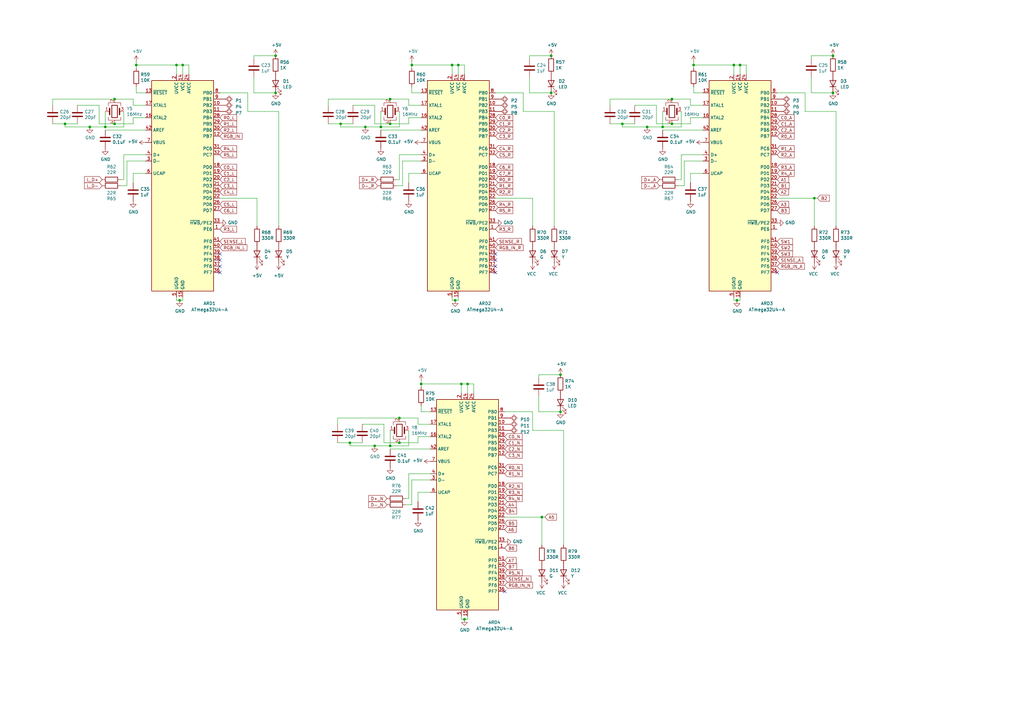
<source format=kicad_sch>
(kicad_sch (version 20210406) (generator eeschema)
  (paper "A3")
  (junction (at 26.67 50.8) (diameter 0.9144))
  (junction (at 36.83 52.07) (diameter 0.9144))
  (junction (at 43.18 52.07) (diameter 0.9144))
  (junction (at 46.99 40.64) (diameter 0.9144))
  (junction (at 46.99 50.8) (diameter 0.9144))
  (junction (at 55.88 26.67) (diameter 0.9144))
  (junction (at 72.39 26.67) (diameter 0.9144))
  (junction (at 73.66 123.19) (diameter 0.9144))
  (junction (at 74.93 26.67) (diameter 0.9144))
  (junction (at 113.03 22.86) (diameter 0.9144))
  (junction (at 113.03 38.1) (diameter 0.9144))
  (junction (at 139.7 50.8) (diameter 0.9144))
  (junction (at 143.51 181.61) (diameter 0.9144))
  (junction (at 149.86 52.07) (diameter 0.9144))
  (junction (at 153.67 182.88) (diameter 0.9144))
  (junction (at 156.21 52.07) (diameter 0.9144))
  (junction (at 160.02 40.64) (diameter 0.9144))
  (junction (at 160.02 50.8) (diameter 0.9144))
  (junction (at 160.02 182.88) (diameter 0.9144))
  (junction (at 163.83 171.45) (diameter 0.9144))
  (junction (at 163.83 181.61) (diameter 0.9144))
  (junction (at 168.91 26.67) (diameter 0.9144))
  (junction (at 172.72 157.48) (diameter 0.9144))
  (junction (at 185.42 26.67) (diameter 0.9144))
  (junction (at 186.69 123.19) (diameter 0.9144))
  (junction (at 187.96 26.67) (diameter 0.9144))
  (junction (at 189.23 157.48) (diameter 0.9144))
  (junction (at 190.5 254) (diameter 0.9144))
  (junction (at 191.77 157.48) (diameter 0.9144))
  (junction (at 222.25 212.09) (diameter 0.9144))
  (junction (at 226.06 22.86) (diameter 0.9144))
  (junction (at 226.06 38.1) (diameter 0.9144))
  (junction (at 229.87 153.67) (diameter 0.9144))
  (junction (at 229.87 168.91) (diameter 0.9144))
  (junction (at 255.27 50.8) (diameter 0.9144))
  (junction (at 265.43 52.07) (diameter 0.9144))
  (junction (at 271.78 52.07) (diameter 0.9144))
  (junction (at 275.59 40.64) (diameter 0.9144))
  (junction (at 275.59 50.8) (diameter 0.9144))
  (junction (at 284.48 26.67) (diameter 0.9144))
  (junction (at 300.99 26.67) (diameter 0.9144))
  (junction (at 302.26 123.19) (diameter 0.9144))
  (junction (at 303.53 26.67) (diameter 0.9144))
  (junction (at 334.01 81.28) (diameter 0.9144))
  (junction (at 341.63 22.86) (diameter 0.9144))
  (junction (at 341.63 38.1) (diameter 0.9144))
  (no_connect (at 90.17 104.14))
  (no_connect (at 90.17 106.68))
  (no_connect (at 90.17 109.22))
  (no_connect (at 90.17 111.76))
  (no_connect (at 203.2 104.14))
  (no_connect (at 203.2 106.68))
  (no_connect (at 203.2 109.22))
  (no_connect (at 203.2 111.76))
  (no_connect (at 207.01 242.57))
  (no_connect (at 318.77 111.76))
  (wire (pts (xy 21.59 40.64) (xy 21.59 43.18)))
  (wire (pts (xy 21.59 50.8) (xy 26.67 50.8)))
  (wire (pts (xy 26.67 50.8) (xy 26.67 52.07)))
  (wire (pts (xy 26.67 50.8) (xy 31.75 50.8)))
  (wire (pts (xy 26.67 52.07) (xy 36.83 52.07)))
  (wire (pts (xy 31.75 43.18) (xy 40.64 43.18)))
  (wire (pts (xy 36.83 52.07) (xy 43.18 52.07)))
  (wire (pts (xy 40.64 43.18) (xy 40.64 50.8)))
  (wire (pts (xy 40.64 50.8) (xy 46.99 50.8)))
  (wire (pts (xy 43.18 52.07) (xy 43.18 45.72)))
  (wire (pts (xy 43.18 53.34) (xy 59.69 53.34)))
  (wire (pts (xy 46.99 40.64) (xy 21.59 40.64)))
  (wire (pts (xy 46.99 50.8) (xy 54.61 50.8)))
  (wire (pts (xy 50.8 45.72) (xy 50.8 52.07)))
  (wire (pts (xy 50.8 52.07) (xy 43.18 52.07)))
  (wire (pts (xy 50.8 63.5) (xy 50.8 73.66)))
  (wire (pts (xy 50.8 63.5) (xy 59.69 63.5)))
  (wire (pts (xy 50.8 73.66) (xy 49.53 73.66)))
  (wire (pts (xy 52.07 66.04) (xy 52.07 76.2)))
  (wire (pts (xy 52.07 66.04) (xy 59.69 66.04)))
  (wire (pts (xy 52.07 76.2) (xy 49.53 76.2)))
  (wire (pts (xy 54.61 40.64) (xy 46.99 40.64)))
  (wire (pts (xy 54.61 43.18) (xy 54.61 40.64)))
  (wire (pts (xy 54.61 48.26) (xy 59.69 48.26)))
  (wire (pts (xy 54.61 50.8) (xy 54.61 48.26)))
  (wire (pts (xy 54.61 71.12) (xy 54.61 74.93)))
  (wire (pts (xy 54.61 71.12) (xy 59.69 71.12)))
  (wire (pts (xy 55.88 25.4) (xy 55.88 26.67)))
  (wire (pts (xy 55.88 26.67) (xy 55.88 27.94)))
  (wire (pts (xy 55.88 26.67) (xy 72.39 26.67)))
  (wire (pts (xy 55.88 35.56) (xy 55.88 38.1)))
  (wire (pts (xy 55.88 38.1) (xy 59.69 38.1)))
  (wire (pts (xy 59.69 43.18) (xy 54.61 43.18)))
  (wire (pts (xy 72.39 26.67) (xy 72.39 30.48)))
  (wire (pts (xy 72.39 26.67) (xy 74.93 26.67)))
  (wire (pts (xy 72.39 121.92) (xy 72.39 123.19)))
  (wire (pts (xy 72.39 123.19) (xy 73.66 123.19)))
  (wire (pts (xy 73.66 123.19) (xy 74.93 123.19)))
  (wire (pts (xy 74.93 26.67) (xy 74.93 30.48)))
  (wire (pts (xy 74.93 26.67) (xy 77.47 26.67)))
  (wire (pts (xy 74.93 123.19) (xy 74.93 121.92)))
  (wire (pts (xy 77.47 26.67) (xy 77.47 30.48)))
  (wire (pts (xy 90.17 38.1) (xy 101.6 38.1)))
  (wire (pts (xy 90.17 81.28) (xy 105.41 81.28)))
  (wire (pts (xy 101.6 38.1) (xy 101.6 45.72)))
  (wire (pts (xy 101.6 45.72) (xy 114.3 45.72)))
  (wire (pts (xy 104.14 22.86) (xy 113.03 22.86)))
  (wire (pts (xy 104.14 24.13) (xy 104.14 22.86)))
  (wire (pts (xy 104.14 31.75) (xy 104.14 38.1)))
  (wire (pts (xy 104.14 38.1) (xy 113.03 38.1)))
  (wire (pts (xy 105.41 81.28) (xy 105.41 92.71)))
  (wire (pts (xy 114.3 45.72) (xy 114.3 92.71)))
  (wire (pts (xy 134.62 40.64) (xy 134.62 43.18)))
  (wire (pts (xy 134.62 50.8) (xy 139.7 50.8)))
  (wire (pts (xy 138.43 171.45) (xy 138.43 173.99)))
  (wire (pts (xy 138.43 181.61) (xy 143.51 181.61)))
  (wire (pts (xy 139.7 50.8) (xy 139.7 52.07)))
  (wire (pts (xy 139.7 50.8) (xy 144.78 50.8)))
  (wire (pts (xy 139.7 52.07) (xy 149.86 52.07)))
  (wire (pts (xy 143.51 181.61) (xy 143.51 182.88)))
  (wire (pts (xy 143.51 181.61) (xy 148.59 181.61)))
  (wire (pts (xy 143.51 182.88) (xy 153.67 182.88)))
  (wire (pts (xy 144.78 43.18) (xy 153.67 43.18)))
  (wire (pts (xy 148.59 173.99) (xy 157.48 173.99)))
  (wire (pts (xy 149.86 52.07) (xy 156.21 52.07)))
  (wire (pts (xy 153.67 43.18) (xy 153.67 50.8)))
  (wire (pts (xy 153.67 50.8) (xy 160.02 50.8)))
  (wire (pts (xy 153.67 182.88) (xy 160.02 182.88)))
  (wire (pts (xy 156.21 52.07) (xy 156.21 45.72)))
  (wire (pts (xy 156.21 53.34) (xy 172.72 53.34)))
  (wire (pts (xy 157.48 173.99) (xy 157.48 181.61)))
  (wire (pts (xy 157.48 181.61) (xy 163.83 181.61)))
  (wire (pts (xy 160.02 40.64) (xy 134.62 40.64)))
  (wire (pts (xy 160.02 50.8) (xy 167.64 50.8)))
  (wire (pts (xy 160.02 182.88) (xy 160.02 176.53)))
  (wire (pts (xy 160.02 184.15) (xy 176.53 184.15)))
  (wire (pts (xy 163.83 45.72) (xy 163.83 52.07)))
  (wire (pts (xy 163.83 52.07) (xy 156.21 52.07)))
  (wire (pts (xy 163.83 63.5) (xy 163.83 73.66)))
  (wire (pts (xy 163.83 63.5) (xy 172.72 63.5)))
  (wire (pts (xy 163.83 73.66) (xy 162.56 73.66)))
  (wire (pts (xy 163.83 171.45) (xy 138.43 171.45)))
  (wire (pts (xy 163.83 181.61) (xy 171.45 181.61)))
  (wire (pts (xy 165.1 66.04) (xy 165.1 76.2)))
  (wire (pts (xy 165.1 66.04) (xy 172.72 66.04)))
  (wire (pts (xy 165.1 76.2) (xy 162.56 76.2)))
  (wire (pts (xy 167.64 40.64) (xy 160.02 40.64)))
  (wire (pts (xy 167.64 43.18) (xy 167.64 40.64)))
  (wire (pts (xy 167.64 48.26) (xy 172.72 48.26)))
  (wire (pts (xy 167.64 50.8) (xy 167.64 48.26)))
  (wire (pts (xy 167.64 71.12) (xy 167.64 74.93)))
  (wire (pts (xy 167.64 71.12) (xy 172.72 71.12)))
  (wire (pts (xy 167.64 176.53) (xy 167.64 182.88)))
  (wire (pts (xy 167.64 182.88) (xy 160.02 182.88)))
  (wire (pts (xy 167.64 194.31) (xy 167.64 204.47)))
  (wire (pts (xy 167.64 194.31) (xy 176.53 194.31)))
  (wire (pts (xy 167.64 204.47) (xy 166.37 204.47)))
  (wire (pts (xy 168.91 25.4) (xy 168.91 26.67)))
  (wire (pts (xy 168.91 26.67) (xy 168.91 27.94)))
  (wire (pts (xy 168.91 26.67) (xy 185.42 26.67)))
  (wire (pts (xy 168.91 35.56) (xy 168.91 38.1)))
  (wire (pts (xy 168.91 38.1) (xy 172.72 38.1)))
  (wire (pts (xy 168.91 196.85) (xy 168.91 207.01)))
  (wire (pts (xy 168.91 196.85) (xy 176.53 196.85)))
  (wire (pts (xy 168.91 207.01) (xy 166.37 207.01)))
  (wire (pts (xy 171.45 171.45) (xy 163.83 171.45)))
  (wire (pts (xy 171.45 173.99) (xy 171.45 171.45)))
  (wire (pts (xy 171.45 179.07) (xy 176.53 179.07)))
  (wire (pts (xy 171.45 181.61) (xy 171.45 179.07)))
  (wire (pts (xy 171.45 201.93) (xy 171.45 205.74)))
  (wire (pts (xy 171.45 201.93) (xy 176.53 201.93)))
  (wire (pts (xy 172.72 43.18) (xy 167.64 43.18)))
  (wire (pts (xy 172.72 156.21) (xy 172.72 157.48)))
  (wire (pts (xy 172.72 157.48) (xy 172.72 158.75)))
  (wire (pts (xy 172.72 157.48) (xy 189.23 157.48)))
  (wire (pts (xy 172.72 166.37) (xy 172.72 168.91)))
  (wire (pts (xy 172.72 168.91) (xy 176.53 168.91)))
  (wire (pts (xy 176.53 173.99) (xy 171.45 173.99)))
  (wire (pts (xy 185.42 26.67) (xy 185.42 30.48)))
  (wire (pts (xy 185.42 26.67) (xy 187.96 26.67)))
  (wire (pts (xy 185.42 121.92) (xy 185.42 123.19)))
  (wire (pts (xy 185.42 123.19) (xy 186.69 123.19)))
  (wire (pts (xy 186.69 123.19) (xy 187.96 123.19)))
  (wire (pts (xy 187.96 26.67) (xy 187.96 30.48)))
  (wire (pts (xy 187.96 26.67) (xy 190.5 26.67)))
  (wire (pts (xy 187.96 123.19) (xy 187.96 121.92)))
  (wire (pts (xy 189.23 157.48) (xy 189.23 161.29)))
  (wire (pts (xy 189.23 157.48) (xy 191.77 157.48)))
  (wire (pts (xy 189.23 252.73) (xy 189.23 254)))
  (wire (pts (xy 189.23 254) (xy 190.5 254)))
  (wire (pts (xy 190.5 26.67) (xy 190.5 30.48)))
  (wire (pts (xy 190.5 254) (xy 191.77 254)))
  (wire (pts (xy 191.77 157.48) (xy 191.77 161.29)))
  (wire (pts (xy 191.77 157.48) (xy 194.31 157.48)))
  (wire (pts (xy 191.77 254) (xy 191.77 252.73)))
  (wire (pts (xy 194.31 157.48) (xy 194.31 161.29)))
  (wire (pts (xy 203.2 38.1) (xy 214.63 38.1)))
  (wire (pts (xy 203.2 81.28) (xy 218.44 81.28)))
  (wire (pts (xy 207.01 168.91) (xy 218.44 168.91)))
  (wire (pts (xy 207.01 212.09) (xy 222.25 212.09)))
  (wire (pts (xy 214.63 38.1) (xy 214.63 45.72)))
  (wire (pts (xy 214.63 45.72) (xy 227.33 45.72)))
  (wire (pts (xy 217.17 22.86) (xy 226.06 22.86)))
  (wire (pts (xy 217.17 24.13) (xy 217.17 22.86)))
  (wire (pts (xy 217.17 31.75) (xy 217.17 38.1)))
  (wire (pts (xy 217.17 38.1) (xy 226.06 38.1)))
  (wire (pts (xy 218.44 81.28) (xy 218.44 92.71)))
  (wire (pts (xy 218.44 168.91) (xy 218.44 176.53)))
  (wire (pts (xy 218.44 176.53) (xy 231.14 176.53)))
  (wire (pts (xy 220.98 153.67) (xy 229.87 153.67)))
  (wire (pts (xy 220.98 154.94) (xy 220.98 153.67)))
  (wire (pts (xy 220.98 162.56) (xy 220.98 168.91)))
  (wire (pts (xy 220.98 168.91) (xy 229.87 168.91)))
  (wire (pts (xy 222.25 212.09) (xy 222.25 223.52)))
  (wire (pts (xy 222.25 212.09) (xy 223.52 212.09)))
  (wire (pts (xy 227.33 45.72) (xy 227.33 92.71)))
  (wire (pts (xy 231.14 176.53) (xy 231.14 223.52)))
  (wire (pts (xy 250.19 40.64) (xy 250.19 43.18)))
  (wire (pts (xy 250.19 50.8) (xy 255.27 50.8)))
  (wire (pts (xy 255.27 50.8) (xy 255.27 52.07)))
  (wire (pts (xy 255.27 50.8) (xy 260.35 50.8)))
  (wire (pts (xy 255.27 52.07) (xy 265.43 52.07)))
  (wire (pts (xy 260.35 43.18) (xy 269.24 43.18)))
  (wire (pts (xy 265.43 52.07) (xy 271.78 52.07)))
  (wire (pts (xy 269.24 43.18) (xy 269.24 50.8)))
  (wire (pts (xy 269.24 50.8) (xy 275.59 50.8)))
  (wire (pts (xy 271.78 52.07) (xy 271.78 45.72)))
  (wire (pts (xy 271.78 53.34) (xy 288.29 53.34)))
  (wire (pts (xy 275.59 40.64) (xy 250.19 40.64)))
  (wire (pts (xy 275.59 50.8) (xy 283.21 50.8)))
  (wire (pts (xy 279.4 45.72) (xy 279.4 52.07)))
  (wire (pts (xy 279.4 52.07) (xy 271.78 52.07)))
  (wire (pts (xy 279.4 63.5) (xy 279.4 73.66)))
  (wire (pts (xy 279.4 63.5) (xy 288.29 63.5)))
  (wire (pts (xy 279.4 73.66) (xy 278.13 73.66)))
  (wire (pts (xy 280.67 66.04) (xy 280.67 76.2)))
  (wire (pts (xy 280.67 66.04) (xy 288.29 66.04)))
  (wire (pts (xy 280.67 76.2) (xy 278.13 76.2)))
  (wire (pts (xy 283.21 40.64) (xy 275.59 40.64)))
  (wire (pts (xy 283.21 43.18) (xy 283.21 40.64)))
  (wire (pts (xy 283.21 48.26) (xy 288.29 48.26)))
  (wire (pts (xy 283.21 50.8) (xy 283.21 48.26)))
  (wire (pts (xy 283.21 71.12) (xy 283.21 74.93)))
  (wire (pts (xy 283.21 71.12) (xy 288.29 71.12)))
  (wire (pts (xy 284.48 25.4) (xy 284.48 26.67)))
  (wire (pts (xy 284.48 26.67) (xy 284.48 27.94)))
  (wire (pts (xy 284.48 26.67) (xy 300.99 26.67)))
  (wire (pts (xy 284.48 35.56) (xy 284.48 38.1)))
  (wire (pts (xy 284.48 38.1) (xy 288.29 38.1)))
  (wire (pts (xy 288.29 43.18) (xy 283.21 43.18)))
  (wire (pts (xy 300.99 26.67) (xy 300.99 30.48)))
  (wire (pts (xy 300.99 26.67) (xy 303.53 26.67)))
  (wire (pts (xy 300.99 121.92) (xy 300.99 123.19)))
  (wire (pts (xy 300.99 123.19) (xy 302.26 123.19)))
  (wire (pts (xy 302.26 123.19) (xy 303.53 123.19)))
  (wire (pts (xy 303.53 26.67) (xy 303.53 30.48)))
  (wire (pts (xy 303.53 26.67) (xy 306.07 26.67)))
  (wire (pts (xy 303.53 123.19) (xy 303.53 121.92)))
  (wire (pts (xy 306.07 26.67) (xy 306.07 30.48)))
  (wire (pts (xy 318.77 38.1) (xy 330.2 38.1)))
  (wire (pts (xy 318.77 81.28) (xy 334.01 81.28)))
  (wire (pts (xy 330.2 38.1) (xy 330.2 45.72)))
  (wire (pts (xy 330.2 45.72) (xy 342.9 45.72)))
  (wire (pts (xy 332.74 22.86) (xy 341.63 22.86)))
  (wire (pts (xy 332.74 24.13) (xy 332.74 22.86)))
  (wire (pts (xy 332.74 31.75) (xy 332.74 38.1)))
  (wire (pts (xy 332.74 38.1) (xy 341.63 38.1)))
  (wire (pts (xy 334.01 81.28) (xy 334.01 92.71)))
  (wire (pts (xy 334.01 81.28) (xy 335.28 81.28)))
  (wire (pts (xy 342.9 45.72) (xy 342.9 92.71)))
  (global_label "L_D+" (shape input) (at 41.91 73.66 180) (property "Intersheet References" "${INTERSHEET_REFS}" (effects hide)))
  (global_label "L_D-" (shape input) (at 41.91 76.2 180) (property "Intersheet References" "${INTERSHEET_REFS}" (effects hide)))
  (global_label "R0_L" (shape input) (at 90.17 48.26 0) (property "Intersheet References" "${INTERSHEET_REFS}" (effects hide)))
  (global_label "R1_L" (shape input) (at 90.17 50.8 0) (property "Intersheet References" "${INTERSHEET_REFS}" (effects hide)))
  (global_label "R2_L" (shape input) (at 90.17 53.34 0) (property "Intersheet References" "${INTERSHEET_REFS}" (effects hide)))
  (global_label "RGB_IN" (shape input) (at 90.17 55.88 0) (property "Intersheet References" "${INTERSHEET_REFS}" (effects hide)))
  (global_label "R4_L" (shape input) (at 90.17 60.96 0) (property "Intersheet References" "${INTERSHEET_REFS}" (effects hide)))
  (global_label "R5_L" (shape input) (at 90.17 63.5 0) (property "Intersheet References" "${INTERSHEET_REFS}" (effects hide)))
  (global_label "C0_L" (shape input) (at 90.17 68.58 0) (property "Intersheet References" "${INTERSHEET_REFS}" (effects hide)))
  (global_label "C1_L" (shape input) (at 90.17 71.12 0) (property "Intersheet References" "${INTERSHEET_REFS}" (effects hide)))
  (global_label "C2_L" (shape input) (at 90.17 73.66 0) (property "Intersheet References" "${INTERSHEET_REFS}" (effects hide)))
  (global_label "C3_L" (shape input) (at 90.17 76.2 0) (property "Intersheet References" "${INTERSHEET_REFS}" (effects hide)))
  (global_label "C4_L" (shape input) (at 90.17 78.74 0) (property "Intersheet References" "${INTERSHEET_REFS}" (effects hide)))
  (global_label "C5_L" (shape input) (at 90.17 83.82 0) (property "Intersheet References" "${INTERSHEET_REFS}" (effects hide)))
  (global_label "C6_L" (shape input) (at 90.17 86.36 0) (property "Intersheet References" "${INTERSHEET_REFS}" (effects hide)))
  (global_label "R3_L" (shape input) (at 90.17 93.98 0) (property "Intersheet References" "${INTERSHEET_REFS}" (effects hide)))
  (global_label "SENSE_L" (shape input) (at 90.17 99.06 0) (property "Intersheet References" "${INTERSHEET_REFS}" (effects hide)))
  (global_label "RGB_IN_L" (shape input) (at 90.17 101.6 0) (property "Intersheet References" "${INTERSHEET_REFS}" (effects hide)))
  (global_label "D+_R" (shape input) (at 154.94 73.66 180) (property "Intersheet References" "${INTERSHEET_REFS}" (effects hide)))
  (global_label "D-_R" (shape input) (at 154.94 76.2 180) (property "Intersheet References" "${INTERSHEET_REFS}" (effects hide)))
  (global_label "D+_N" (shape input) (at 158.75 204.47 180) (property "Intersheet References" "${INTERSHEET_REFS}" (effects hide)))
  (global_label "D-_N" (shape input) (at 158.75 207.01 180) (property "Intersheet References" "${INTERSHEET_REFS}" (effects hide)))
  (global_label "C0_R" (shape input) (at 203.2 48.26 0) (property "Intersheet References" "${INTERSHEET_REFS}" (effects hide)))
  (global_label "C1_R" (shape input) (at 203.2 50.8 0) (property "Intersheet References" "${INTERSHEET_REFS}" (effects hide)))
  (global_label "C2_R" (shape input) (at 203.2 53.34 0) (property "Intersheet References" "${INTERSHEET_REFS}" (effects hide)))
  (global_label "C3_R" (shape input) (at 203.2 55.88 0) (property "Intersheet References" "${INTERSHEET_REFS}" (effects hide)))
  (global_label "C4_R" (shape input) (at 203.2 60.96 0) (property "Intersheet References" "${INTERSHEET_REFS}" (effects hide)))
  (global_label "C5_R" (shape input) (at 203.2 63.5 0) (property "Intersheet References" "${INTERSHEET_REFS}" (effects hide)))
  (global_label "C6_R" (shape input) (at 203.2 68.58 0) (property "Intersheet References" "${INTERSHEET_REFS}" (effects hide)))
  (global_label "C7_R" (shape input) (at 203.2 71.12 0) (property "Intersheet References" "${INTERSHEET_REFS}" (effects hide)))
  (global_label "R0_R" (shape input) (at 203.2 73.66 0) (property "Intersheet References" "${INTERSHEET_REFS}" (effects hide)))
  (global_label "R1_R" (shape input) (at 203.2 76.2 0) (property "Intersheet References" "${INTERSHEET_REFS}" (effects hide)))
  (global_label "R2_R" (shape input) (at 203.2 78.74 0) (property "Intersheet References" "${INTERSHEET_REFS}" (effects hide)))
  (global_label "R4_R" (shape input) (at 203.2 83.82 0) (property "Intersheet References" "${INTERSHEET_REFS}" (effects hide)))
  (global_label "R5_R" (shape input) (at 203.2 86.36 0) (property "Intersheet References" "${INTERSHEET_REFS}" (effects hide)))
  (global_label "R3_R" (shape input) (at 203.2 93.98 0) (property "Intersheet References" "${INTERSHEET_REFS}" (effects hide)))
  (global_label "SENSE_R" (shape input) (at 203.2 99.06 0) (property "Intersheet References" "${INTERSHEET_REFS}" (effects hide)))
  (global_label "RGB_IN_R" (shape input) (at 203.2 101.6 0) (property "Intersheet References" "${INTERSHEET_REFS}" (effects hide)))
  (global_label "C0_N" (shape input) (at 207.01 179.07 0) (property "Intersheet References" "${INTERSHEET_REFS}" (effects hide)))
  (global_label "C1_N" (shape input) (at 207.01 181.61 0) (property "Intersheet References" "${INTERSHEET_REFS}" (effects hide)))
  (global_label "C2_N" (shape input) (at 207.01 184.15 0) (property "Intersheet References" "${INTERSHEET_REFS}" (effects hide)))
  (global_label "C3_N" (shape input) (at 207.01 186.69 0) (property "Intersheet References" "${INTERSHEET_REFS}" (effects hide)))
  (global_label "R0_N" (shape input) (at 207.01 191.77 0) (property "Intersheet References" "${INTERSHEET_REFS}" (effects hide)))
  (global_label "R1_N" (shape input) (at 207.01 194.31 0) (property "Intersheet References" "${INTERSHEET_REFS}" (effects hide)))
  (global_label "R2_N" (shape input) (at 207.01 199.39 0) (property "Intersheet References" "${INTERSHEET_REFS}" (effects hide)))
  (global_label "R3_N" (shape input) (at 207.01 201.93 0) (property "Intersheet References" "${INTERSHEET_REFS}" (effects hide)))
  (global_label "R4_N" (shape input) (at 207.01 204.47 0) (property "Intersheet References" "${INTERSHEET_REFS}" (effects hide)))
  (global_label "A4" (shape input) (at 207.01 207.01 0) (property "Intersheet References" "${INTERSHEET_REFS}" (effects hide)))
  (global_label "B4" (shape input) (at 207.01 209.55 0) (property "Intersheet References" "${INTERSHEET_REFS}" (effects hide)))
  (global_label "B5" (shape input) (at 207.01 214.63 0) (property "Intersheet References" "${INTERSHEET_REFS}" (effects hide)))
  (global_label "A6" (shape input) (at 207.01 217.17 0) (property "Intersheet References" "${INTERSHEET_REFS}" (effects hide)))
  (global_label "B6" (shape input) (at 207.01 224.79 0) (property "Intersheet References" "${INTERSHEET_REFS}" (effects hide)))
  (global_label "A7" (shape input) (at 207.01 229.87 0) (property "Intersheet References" "${INTERSHEET_REFS}" (effects hide)))
  (global_label "B7" (shape input) (at 207.01 232.41 0) (property "Intersheet References" "${INTERSHEET_REFS}" (effects hide)))
  (global_label "R5_N" (shape input) (at 207.01 234.95 0) (property "Intersheet References" "${INTERSHEET_REFS}" (effects hide)))
  (global_label "SENSE_N" (shape input) (at 207.01 237.49 0) (property "Intersheet References" "${INTERSHEET_REFS}" (effects hide)))
  (global_label "RGB_IN_N" (shape input) (at 207.01 240.03 0) (property "Intersheet References" "${INTERSHEET_REFS}" (effects hide)))
  (global_label "A5" (shape input) (at 223.52 212.09 0) (property "Intersheet References" "${INTERSHEET_REFS}" (effects hide)))
  (global_label "D+_A" (shape input) (at 270.51 73.66 180) (property "Intersheet References" "${INTERSHEET_REFS}" (effects hide)))
  (global_label "D-_A" (shape input) (at 270.51 76.2 180) (property "Intersheet References" "${INTERSHEET_REFS}" (effects hide)))
  (global_label "C0_A" (shape input) (at 318.77 48.26 0) (property "Intersheet References" "${INTERSHEET_REFS}" (effects hide)))
  (global_label "C1_A" (shape input) (at 318.77 50.8 0) (property "Intersheet References" "${INTERSHEET_REFS}" (effects hide)))
  (global_label "C2_A" (shape input) (at 318.77 53.34 0) (property "Intersheet References" "${INTERSHEET_REFS}" (effects hide)))
  (global_label "R0_A" (shape input) (at 318.77 55.88 0) (property "Intersheet References" "${INTERSHEET_REFS}" (effects hide)))
  (global_label "R1_A" (shape input) (at 318.77 60.96 0) (property "Intersheet References" "${INTERSHEET_REFS}" (effects hide)))
  (global_label "R2_A" (shape input) (at 318.77 63.5 0) (property "Intersheet References" "${INTERSHEET_REFS}" (effects hide)))
  (global_label "R3_A" (shape input) (at 318.77 68.58 0) (property "Intersheet References" "${INTERSHEET_REFS}" (effects hide)))
  (global_label "R4_A" (shape input) (at 318.77 71.12 0) (property "Intersheet References" "${INTERSHEET_REFS}" (effects hide)))
  (global_label "A1" (shape input) (at 318.77 73.66 0) (property "Intersheet References" "${INTERSHEET_REFS}" (effects hide)))
  (global_label "B1" (shape input) (at 318.77 76.2 0) (property "Intersheet References" "${INTERSHEET_REFS}" (effects hide)))
  (global_label "A2" (shape input) (at 318.77 78.74 0) (property "Intersheet References" "${INTERSHEET_REFS}" (effects hide)))
  (global_label "A3" (shape input) (at 318.77 83.82 0) (property "Intersheet References" "${INTERSHEET_REFS}" (effects hide)))
  (global_label "B3" (shape input) (at 318.77 86.36 0) (property "Intersheet References" "${INTERSHEET_REFS}" (effects hide)))
  (global_label "SW1" (shape input) (at 318.77 99.06 0) (property "Intersheet References" "${INTERSHEET_REFS}" (effects hide)))
  (global_label "SW2" (shape input) (at 318.77 101.6 0) (property "Intersheet References" "${INTERSHEET_REFS}" (effects hide)))
  (global_label "SW3" (shape input) (at 318.77 104.14 0) (property "Intersheet References" "${INTERSHEET_REFS}" (effects hide)))
  (global_label "SENSE_A" (shape input) (at 318.77 106.68 0) (property "Intersheet References" "${INTERSHEET_REFS}" (effects hide)))
  (global_label "RGB_IN_A" (shape input) (at 318.77 109.22 0) (property "Intersheet References" "${INTERSHEET_REFS}" (effects hide)))
  (global_label "B2" (shape input) (at 335.28 81.28 0) (property "Intersheet References" "${INTERSHEET_REFS}" (effects hide)))
  (symbol (lib_id "power:+5V") (at 55.88 25.4 0) (unit 1)
    (property "Reference" "#PWR084" (effects hide))
    (property "Value" "+5V" (at 56.261 21.0058 0))
  )
  (symbol (lib_id "power:+5V") (at 59.69 58.42 90) (unit 1)
    (property "Reference" "#PWR093" (effects hide))
    (property "Value" "+5V" (at 56.4388 58.039 90) (effects (justify left)))
  )
  (symbol (lib_id "OLIMEX_Power:+5V") (at 105.41 107.95 180) (unit 1)
    (property "Reference" "#PWR0105" (effects hide))
    (property "Value" "+5V" (at 105.41 113.03 0))
  )
  (symbol (lib_id "power:+5V") (at 113.03 22.86 0) (unit 1)
    (property "Reference" "#PWR081" (effects hide))
    (property "Value" "+5V" (at 113.411 18.4658 0))
  )
  (symbol (lib_id "OLIMEX_Power:+5V") (at 114.3 107.95 180) (unit 1)
    (property "Reference" "#PWR0106" (effects hide))
    (property "Value" "+5V" (at 114.3 113.03 0))
  )
  (symbol (lib_id "power:+5V") (at 168.91 25.4 0) (unit 1)
    (property "Reference" "#PWR085" (effects hide))
    (property "Value" "+5V" (at 169.291 21.0058 0))
  )
  (symbol (lib_id "power:+5V") (at 172.72 58.42 90) (unit 1)
    (property "Reference" "#PWR094" (effects hide))
    (property "Value" "+5V" (at 169.4688 58.039 90) (effects (justify left)))
  )
  (symbol (lib_id "power:+5V") (at 172.72 156.21 0) (unit 1)
    (property "Reference" "#PWR0115" (effects hide))
    (property "Value" "+5V" (at 173.101 151.8158 0))
  )
  (symbol (lib_id "power:+5V") (at 176.53 189.23 90) (unit 1)
    (property "Reference" "#PWR0118" (effects hide))
    (property "Value" "+5V" (at 173.2788 188.849 90) (effects (justify left)))
  )
  (symbol (lib_id "power:VCC") (at 218.44 107.95 180) (unit 1)
    (property "Reference" "#PWR0107" (effects hide))
    (property "Value" "VCC" (at 218.059 112.3442 0))
  )
  (symbol (lib_id "power:VCC") (at 222.25 238.76 180) (unit 1)
    (property "Reference" "#PWR0122" (effects hide))
    (property "Value" "VCC" (at 221.869 243.1542 0))
  )
  (symbol (lib_id "power:+5V") (at 226.06 22.86 0) (unit 1)
    (property "Reference" "#PWR082" (effects hide))
    (property "Value" "+5V" (at 226.441 18.4658 0))
  )
  (symbol (lib_id "power:VCC") (at 227.33 107.95 180) (unit 1)
    (property "Reference" "#PWR0108" (effects hide))
    (property "Value" "VCC" (at 226.949 112.3442 0))
  )
  (symbol (lib_id "power:+5V") (at 229.87 153.67 0) (unit 1)
    (property "Reference" "#PWR0114" (effects hide))
    (property "Value" "+5V" (at 230.251 149.2758 0))
  )
  (symbol (lib_id "power:VCC") (at 231.14 238.76 180) (unit 1)
    (property "Reference" "#PWR0123" (effects hide))
    (property "Value" "VCC" (at 230.759 243.1542 0))
  )
  (symbol (lib_id "power:+5V") (at 284.48 25.4 0) (unit 1)
    (property "Reference" "#PWR086" (effects hide))
    (property "Value" "+5V" (at 284.861 21.0058 0))
  )
  (symbol (lib_id "power:+5V") (at 288.29 58.42 90) (unit 1)
    (property "Reference" "#PWR095" (effects hide))
    (property "Value" "+5V" (at 285.0388 58.039 90) (effects (justify left)))
  )
  (symbol (lib_id "power:VCC") (at 334.01 107.95 180) (unit 1)
    (property "Reference" "#PWR0109" (effects hide))
    (property "Value" "VCC" (at 333.629 112.3442 0))
  )
  (symbol (lib_id "power:+5V") (at 341.63 22.86 0) (unit 1)
    (property "Reference" "#PWR083" (effects hide))
    (property "Value" "+5V" (at 342.011 18.4658 0))
  )
  (symbol (lib_id "power:VCC") (at 342.9 107.95 180) (unit 1)
    (property "Reference" "#PWR0110" (effects hide))
    (property "Value" "VCC" (at 342.519 112.3442 0))
  )
  (symbol (lib_id "power:GND") (at 36.83 52.07 0) (unit 1)
    (property "Reference" "#PWR090" (effects hide))
    (property "Value" "GND" (at 36.957 56.4642 0))
  )
  (symbol (lib_id "power:GND") (at 43.18 60.96 0) (unit 1)
    (property "Reference" "#PWR096" (effects hide))
    (property "Value" "GND" (at 43.307 65.3542 0))
  )
  (symbol (lib_id "power:GND") (at 54.61 82.55 0) (unit 1)
    (property "Reference" "#PWR099" (effects hide))
    (property "Value" "GND" (at 54.737 86.9442 0))
  )
  (symbol (lib_id "power:GND") (at 73.66 123.19 0) (unit 1)
    (property "Reference" "#PWR0111" (effects hide))
    (property "Value" "GND" (at 73.787 127.5842 0))
  )
  (symbol (lib_id "power:GND") (at 90.17 91.44 90) (unit 1)
    (property "Reference" "#PWR0102" (effects hide))
    (property "Value" "GND" (at 93.4212 91.313 90) (effects (justify right)))
  )
  (symbol (lib_id "power:GND") (at 113.03 38.1 0) (unit 1)
    (property "Reference" "#PWR087" (effects hide))
    (property "Value" "GND" (at 113.157 42.4942 0))
  )
  (symbol (lib_id "power:GND") (at 149.86 52.07 0) (unit 1)
    (property "Reference" "#PWR091" (effects hide))
    (property "Value" "GND" (at 149.987 56.4642 0))
  )
  (symbol (lib_id "power:GND") (at 153.67 182.88 0) (unit 1)
    (property "Reference" "#PWR0117" (effects hide))
    (property "Value" "GND" (at 153.797 187.2742 0))
  )
  (symbol (lib_id "power:GND") (at 156.21 60.96 0) (unit 1)
    (property "Reference" "#PWR097" (effects hide))
    (property "Value" "GND" (at 156.337 65.3542 0))
  )
  (symbol (lib_id "power:GND") (at 160.02 191.77 0) (unit 1)
    (property "Reference" "#PWR0119" (effects hide))
    (property "Value" "GND" (at 160.147 196.1642 0))
  )
  (symbol (lib_id "power:GND") (at 167.64 82.55 0) (unit 1)
    (property "Reference" "#PWR0100" (effects hide))
    (property "Value" "GND" (at 167.767 86.9442 0))
  )
  (symbol (lib_id "power:GND") (at 171.45 213.36 0) (unit 1)
    (property "Reference" "#PWR0120" (effects hide))
    (property "Value" "GND" (at 171.577 217.7542 0))
  )
  (symbol (lib_id "power:GND") (at 186.69 123.19 0) (unit 1)
    (property "Reference" "#PWR0112" (effects hide))
    (property "Value" "GND" (at 186.817 127.5842 0))
  )
  (symbol (lib_id "power:GND") (at 190.5 254 0) (unit 1)
    (property "Reference" "#PWR0124" (effects hide))
    (property "Value" "GND" (at 190.627 258.3942 0))
  )
  (symbol (lib_id "power:GND") (at 203.2 91.44 90) (unit 1)
    (property "Reference" "#PWR0103" (effects hide))
    (property "Value" "GND" (at 206.4512 91.313 90) (effects (justify right)))
  )
  (symbol (lib_id "power:GND") (at 207.01 222.25 90) (unit 1)
    (property "Reference" "#PWR0121" (effects hide))
    (property "Value" "GND" (at 210.2612 222.123 90) (effects (justify right)))
  )
  (symbol (lib_id "power:GND") (at 226.06 38.1 0) (unit 1)
    (property "Reference" "#PWR088" (effects hide))
    (property "Value" "GND" (at 226.187 42.4942 0))
  )
  (symbol (lib_id "power:GND") (at 229.87 168.91 0) (unit 1)
    (property "Reference" "#PWR0116" (effects hide))
    (property "Value" "GND" (at 229.997 173.3042 0))
  )
  (symbol (lib_id "power:GND") (at 265.43 52.07 0) (unit 1)
    (property "Reference" "#PWR092" (effects hide))
    (property "Value" "GND" (at 265.557 56.4642 0))
  )
  (symbol (lib_id "power:GND") (at 271.78 60.96 0) (unit 1)
    (property "Reference" "#PWR098" (effects hide))
    (property "Value" "GND" (at 271.907 65.3542 0))
  )
  (symbol (lib_id "power:GND") (at 283.21 82.55 0) (unit 1)
    (property "Reference" "#PWR0101" (effects hide))
    (property "Value" "GND" (at 283.337 86.9442 0))
  )
  (symbol (lib_id "power:GND") (at 302.26 123.19 0) (unit 1)
    (property "Reference" "#PWR0113" (effects hide))
    (property "Value" "GND" (at 302.387 127.5842 0))
  )
  (symbol (lib_id "power:GND") (at 318.77 91.44 90) (unit 1)
    (property "Reference" "#PWR0104" (effects hide))
    (property "Value" "GND" (at 322.0212 91.313 90) (effects (justify right)))
  )
  (symbol (lib_id "power:GND") (at 341.63 38.1 0) (unit 1)
    (property "Reference" "#PWR089" (effects hide))
    (property "Value" "GND" (at 341.757 42.4942 0))
  )
  (symbol (lib_id "OLIMEX_OTHER:TESTPAD") (at 92.71 40.64 0) (unit 1)
    (property "Reference" "P1" (at 96.52 41.2749 0) (effects (justify left)))
    (property "Value" "TESTPAD" (effects hide))
    (property "Footprint" "TestPoint:TestPoint_Pad_2.0x2.0mm" (effects hide))
  )
  (symbol (lib_id "OLIMEX_OTHER:TESTPAD") (at 92.71 43.18 0) (unit 1)
    (property "Reference" "P4" (at 96.52 43.8149 0) (effects (justify left)))
    (property "Value" "TESTPAD" (effects hide))
    (property "Footprint" "TestPoint:TestPoint_Pad_2.0x2.0mm" (effects hide))
  )
  (symbol (lib_id "OLIMEX_OTHER:TESTPAD") (at 92.71 45.72 0) (unit 1)
    (property "Reference" "P7" (at 96.52 46.3549 0) (effects (justify left)))
    (property "Value" "TESTPAD" (effects hide))
    (property "Footprint" "TestPoint:TestPoint_Pad_2.0x2.0mm" (effects hide))
  )
  (symbol (lib_id "OLIMEX_OTHER:TESTPAD") (at 205.74 40.64 0) (unit 1)
    (property "Reference" "P2" (at 209.55 41.2749 0) (effects (justify left)))
    (property "Value" "TESTPAD" (effects hide))
    (property "Footprint" "TestPoint:TestPoint_Pad_2.0x2.0mm" (effects hide))
  )
  (symbol (lib_id "OLIMEX_OTHER:TESTPAD") (at 205.74 43.18 0) (unit 1)
    (property "Reference" "P5" (at 209.55 43.8149 0) (effects (justify left)))
    (property "Value" "TESTPAD" (effects hide))
    (property "Footprint" "TestPoint:TestPoint_Pad_2.0x2.0mm" (effects hide))
  )
  (symbol (lib_id "OLIMEX_OTHER:TESTPAD") (at 205.74 45.72 0) (unit 1)
    (property "Reference" "P8" (at 209.55 46.3549 0) (effects (justify left)))
    (property "Value" "TESTPAD" (effects hide))
    (property "Footprint" "TestPoint:TestPoint_Pad_2.0x2.0mm" (effects hide))
  )
  (symbol (lib_id "OLIMEX_OTHER:TESTPAD") (at 209.55 171.45 0) (unit 1)
    (property "Reference" "P10" (at 213.36 172.0849 0) (effects (justify left)))
    (property "Value" "TESTPAD" (effects hide))
    (property "Footprint" "TestPoint:TestPoint_Pad_2.0x2.0mm" (effects hide))
  )
  (symbol (lib_id "OLIMEX_OTHER:TESTPAD") (at 209.55 173.99 0) (unit 1)
    (property "Reference" "P11" (at 213.36 174.6249 0) (effects (justify left)))
    (property "Value" "TESTPAD" (effects hide))
    (property "Footprint" "TestPoint:TestPoint_Pad_2.0x2.0mm" (effects hide))
  )
  (symbol (lib_id "OLIMEX_OTHER:TESTPAD") (at 209.55 176.53 0) (unit 1)
    (property "Reference" "P12" (at 213.36 177.1649 0) (effects (justify left)))
    (property "Value" "TESTPAD" (effects hide))
    (property "Footprint" "TestPoint:TestPoint_Pad_2.0x2.0mm" (effects hide))
  )
  (symbol (lib_id "OLIMEX_OTHER:TESTPAD") (at 321.31 40.64 0) (unit 1)
    (property "Reference" "P3" (at 325.12 41.2749 0) (effects (justify left)))
    (property "Value" "TESTPAD" (effects hide))
    (property "Footprint" "TestPoint:TestPoint_Pad_2.0x2.0mm" (effects hide))
  )
  (symbol (lib_id "OLIMEX_OTHER:TESTPAD") (at 321.31 43.18 0) (unit 1)
    (property "Reference" "P6" (at 325.12 43.8149 0) (effects (justify left)))
    (property "Value" "TESTPAD" (effects hide))
    (property "Footprint" "TestPoint:TestPoint_Pad_2.0x2.0mm" (effects hide))
  )
  (symbol (lib_id "OLIMEX_OTHER:TESTPAD") (at 321.31 45.72 0) (unit 1)
    (property "Reference" "P9" (at 325.12 46.3549 0) (effects (justify left)))
    (property "Value" "TESTPAD" (effects hide))
    (property "Footprint" "TestPoint:TestPoint_Pad_2.0x2.0mm" (effects hide))
  )
  (symbol (lib_id "Device:R") (at 45.72 73.66 270) (unit 1)
    (property "Reference" "R62" (at 45.72 68.4022 90))
    (property "Value" "22R" (at 45.72 70.7136 90))
    (property "Footprint" "Resistor_SMD:R_0603_1608Metric" (effects hide))
  )
  (symbol (lib_id "Device:R") (at 45.72 76.2 90) (unit 1)
    (property "Reference" "R65" (at 45.72 81.4578 90))
    (property "Value" "22R" (at 45.72 79.1464 90))
    (property "Footprint" "Resistor_SMD:R_0603_1608Metric" (effects hide))
  )
  (symbol (lib_id "Device:R") (at 55.88 31.75 0) (unit 1)
    (property "Reference" "R59" (at 57.658 30.5816 0) (effects (justify left)))
    (property "Value" "10K" (at 57.658 32.893 0) (effects (justify left)))
    (property "Footprint" "Resistor_SMD:R_0603_1608Metric" (effects hide))
  )
  (symbol (lib_id "Device:R") (at 105.41 96.52 0) (unit 1)
    (property "Reference" "R68" (at 107.188 95.3516 0) (effects (justify left)))
    (property "Value" "330R" (at 107.188 97.663 0) (effects (justify left)))
    (property "Footprint" "Resistor_SMD:R_0603_1608Metric" (effects hide))
  )
  (symbol (lib_id "Device:R") (at 113.03 26.67 0) (unit 1)
    (property "Reference" "R56" (at 114.808 25.5016 0) (effects (justify left)))
    (property "Value" "1K" (at 114.808 27.813 0) (effects (justify left)))
    (property "Footprint" "Resistor_SMD:R_0603_1608Metric" (effects hide))
  )
  (symbol (lib_id "Device:R") (at 114.3 96.52 0) (unit 1)
    (property "Reference" "R69" (at 116.078 95.3516 0) (effects (justify left)))
    (property "Value" "330R" (at 116.078 97.663 0) (effects (justify left)))
    (property "Footprint" "Resistor_SMD:R_0603_1608Metric" (effects hide))
  )
  (symbol (lib_id "Device:R") (at 158.75 73.66 270) (unit 1)
    (property "Reference" "R63" (at 158.75 68.4022 90))
    (property "Value" "22R" (at 158.75 70.7136 90))
    (property "Footprint" "Resistor_SMD:R_0603_1608Metric" (effects hide))
  )
  (symbol (lib_id "Device:R") (at 158.75 76.2 90) (unit 1)
    (property "Reference" "R66" (at 158.75 81.4578 90))
    (property "Value" "22R" (at 158.75 79.1464 90))
    (property "Footprint" "Resistor_SMD:R_0603_1608Metric" (effects hide))
  )
  (symbol (lib_id "Device:R") (at 162.56 204.47 270) (unit 1)
    (property "Reference" "R76" (at 162.56 199.2122 90))
    (property "Value" "22R" (at 162.56 201.5236 90))
    (property "Footprint" "Resistor_SMD:R_0603_1608Metric" (effects hide))
  )
  (symbol (lib_id "Device:R") (at 162.56 207.01 90) (unit 1)
    (property "Reference" "R77" (at 162.56 212.2678 90))
    (property "Value" "22R" (at 162.56 209.9564 90))
    (property "Footprint" "Resistor_SMD:R_0603_1608Metric" (effects hide))
  )
  (symbol (lib_id "Device:R") (at 168.91 31.75 0) (unit 1)
    (property "Reference" "R60" (at 170.688 30.5816 0) (effects (justify left)))
    (property "Value" "10K" (at 170.688 32.893 0) (effects (justify left)))
    (property "Footprint" "Resistor_SMD:R_0603_1608Metric" (effects hide))
  )
  (symbol (lib_id "Device:R") (at 172.72 162.56 0) (unit 1)
    (property "Reference" "R75" (at 174.498 161.3916 0) (effects (justify left)))
    (property "Value" "10K" (at 174.498 163.703 0) (effects (justify left)))
    (property "Footprint" "Resistor_SMD:R_0603_1608Metric" (effects hide))
  )
  (symbol (lib_id "Device:R") (at 218.44 96.52 0) (unit 1)
    (property "Reference" "R70" (at 220.218 95.3516 0) (effects (justify left)))
    (property "Value" "330R" (at 220.218 97.663 0) (effects (justify left)))
    (property "Footprint" "Resistor_SMD:R_0603_1608Metric" (effects hide))
  )
  (symbol (lib_id "Device:R") (at 222.25 227.33 0) (unit 1)
    (property "Reference" "R78" (at 224.028 226.1616 0) (effects (justify left)))
    (property "Value" "330R" (at 224.028 228.473 0) (effects (justify left)))
    (property "Footprint" "Resistor_SMD:R_0603_1608Metric" (effects hide))
  )
  (symbol (lib_id "Device:R") (at 226.06 26.67 0) (unit 1)
    (property "Reference" "R57" (at 227.838 25.5016 0) (effects (justify left)))
    (property "Value" "1K" (at 227.838 27.813 0) (effects (justify left)))
    (property "Footprint" "Resistor_SMD:R_0603_1608Metric" (effects hide))
  )
  (symbol (lib_id "Device:R") (at 227.33 96.52 0) (unit 1)
    (property "Reference" "R71" (at 229.108 95.3516 0) (effects (justify left)))
    (property "Value" "330R" (at 229.108 97.663 0) (effects (justify left)))
    (property "Footprint" "Resistor_SMD:R_0603_1608Metric" (effects hide))
  )
  (symbol (lib_id "Device:R") (at 229.87 157.48 0) (unit 1)
    (property "Reference" "R74" (at 231.648 156.3116 0) (effects (justify left)))
    (property "Value" "1K" (at 231.648 158.623 0) (effects (justify left)))
    (property "Footprint" "Resistor_SMD:R_0603_1608Metric" (effects hide))
  )
  (symbol (lib_id "Device:R") (at 231.14 227.33 0) (unit 1)
    (property "Reference" "R79" (at 232.918 226.1616 0) (effects (justify left)))
    (property "Value" "330R" (at 232.918 228.473 0) (effects (justify left)))
    (property "Footprint" "Resistor_SMD:R_0603_1608Metric" (effects hide))
  )
  (symbol (lib_id "Device:R") (at 274.32 73.66 270) (unit 1)
    (property "Reference" "R64" (at 274.32 68.4022 90))
    (property "Value" "22R" (at 274.32 70.7136 90))
    (property "Footprint" "Resistor_SMD:R_0603_1608Metric" (effects hide))
  )
  (symbol (lib_id "Device:R") (at 274.32 76.2 90) (unit 1)
    (property "Reference" "R67" (at 274.32 81.4578 90))
    (property "Value" "22R" (at 274.32 79.1464 90))
    (property "Footprint" "Resistor_SMD:R_0603_1608Metric" (effects hide))
  )
  (symbol (lib_id "Device:R") (at 284.48 31.75 0) (unit 1)
    (property "Reference" "R61" (at 286.258 30.5816 0) (effects (justify left)))
    (property "Value" "10K" (at 286.258 32.893 0) (effects (justify left)))
    (property "Footprint" "Resistor_SMD:R_0603_1608Metric" (effects hide))
  )
  (symbol (lib_id "Device:R") (at 334.01 96.52 0) (unit 1)
    (property "Reference" "R72" (at 335.788 95.3516 0) (effects (justify left)))
    (property "Value" "330R" (at 335.788 97.663 0) (effects (justify left)))
    (property "Footprint" "Resistor_SMD:R_0603_1608Metric" (effects hide))
  )
  (symbol (lib_id "Device:R") (at 341.63 26.67 0) (unit 1)
    (property "Reference" "R58" (at 343.408 25.5016 0) (effects (justify left)))
    (property "Value" "1K" (at 343.408 27.813 0) (effects (justify left)))
    (property "Footprint" "Resistor_SMD:R_0603_1608Metric" (effects hide))
  )
  (symbol (lib_id "Device:R") (at 342.9 96.52 0) (unit 1)
    (property "Reference" "R73" (at 344.678 95.3516 0) (effects (justify left)))
    (property "Value" "330R" (at 344.678 97.663 0) (effects (justify left)))
    (property "Footprint" "Resistor_SMD:R_0603_1608Metric" (effects hide))
  )
  (symbol (lib_id "Device:LED") (at 105.41 104.14 90) (unit 1)
    (property "Reference" "D4" (at 108.4072 103.1494 90) (effects (justify right)))
    (property "Value" "G" (at 108.4072 105.4608 90) (effects (justify right)))
    (property "Footprint" "Capacitor_SMD:C_0603_1608Metric" (effects hide))
  )
  (symbol (lib_id "Device:LED") (at 113.03 34.29 90) (unit 1)
    (property "Reference" "D1" (at 116.0272 33.2994 90) (effects (justify right)))
    (property "Value" "LED" (at 116.0272 35.6108 90) (effects (justify right)))
    (property "Footprint" "Capacitor_SMD:C_0603_1608Metric" (effects hide))
  )
  (symbol (lib_id "Device:LED") (at 114.3 104.14 90) (unit 1)
    (property "Reference" "D5" (at 117.2972 103.1494 90) (effects (justify right)))
    (property "Value" "Y" (at 117.2972 105.4608 90) (effects (justify right)))
    (property "Footprint" "Capacitor_SMD:C_0603_1608Metric" (effects hide))
  )
  (symbol (lib_id "Device:LED") (at 218.44 104.14 90) (unit 1)
    (property "Reference" "D6" (at 221.4372 103.1494 90) (effects (justify right)))
    (property "Value" "G" (at 221.4372 105.4608 90) (effects (justify right)))
    (property "Footprint" "Capacitor_SMD:C_0603_1608Metric" (effects hide))
  )
  (symbol (lib_id "Device:LED") (at 222.25 234.95 90) (unit 1)
    (property "Reference" "D11" (at 225.2472 233.9594 90) (effects (justify right)))
    (property "Value" "G" (at 225.2472 236.2708 90) (effects (justify right)))
    (property "Footprint" "Capacitor_SMD:C_0603_1608Metric" (effects hide))
  )
  (symbol (lib_id "Device:LED") (at 226.06 34.29 90) (unit 1)
    (property "Reference" "D2" (at 229.0572 33.2994 90) (effects (justify right)))
    (property "Value" "LED" (at 229.0572 35.6108 90) (effects (justify right)))
    (property "Footprint" "Capacitor_SMD:C_0603_1608Metric" (effects hide))
  )
  (symbol (lib_id "Device:LED") (at 227.33 104.14 90) (unit 1)
    (property "Reference" "D7" (at 230.3272 103.1494 90) (effects (justify right)))
    (property "Value" "Y" (at 230.3272 105.4608 90) (effects (justify right)))
    (property "Footprint" "Capacitor_SMD:C_0603_1608Metric" (effects hide))
  )
  (symbol (lib_id "Device:LED") (at 229.87 165.1 90) (unit 1)
    (property "Reference" "D10" (at 232.8672 164.1094 90) (effects (justify right)))
    (property "Value" "LED" (at 232.8672 166.4208 90) (effects (justify right)))
    (property "Footprint" "Capacitor_SMD:C_0603_1608Metric" (effects hide))
  )
  (symbol (lib_id "Device:LED") (at 231.14 234.95 90) (unit 1)
    (property "Reference" "D12" (at 234.1372 233.9594 90) (effects (justify right)))
    (property "Value" "Y" (at 234.1372 236.2708 90) (effects (justify right)))
    (property "Footprint" "Capacitor_SMD:C_0603_1608Metric" (effects hide))
  )
  (symbol (lib_id "Device:LED") (at 334.01 104.14 90) (unit 1)
    (property "Reference" "D8" (at 337.0072 103.1494 90) (effects (justify right)))
    (property "Value" "G" (at 337.0072 105.4608 90) (effects (justify right)))
    (property "Footprint" "Capacitor_SMD:C_0603_1608Metric" (effects hide))
  )
  (symbol (lib_id "Device:LED") (at 341.63 34.29 90) (unit 1)
    (property "Reference" "D3" (at 344.6272 33.2994 90) (effects (justify right)))
    (property "Value" "LED" (at 344.6272 35.6108 90) (effects (justify right)))
    (property "Footprint" "Capacitor_SMD:C_0603_1608Metric" (effects hide))
  )
  (symbol (lib_id "Device:LED") (at 342.9 104.14 90) (unit 1)
    (property "Reference" "D9" (at 345.8972 103.1494 90) (effects (justify right)))
    (property "Value" "Y" (at 345.8972 105.4608 90) (effects (justify right)))
    (property "Footprint" "Capacitor_SMD:C_0603_1608Metric" (effects hide))
  )
  (symbol (lib_id "Device:C") (at 21.59 46.99 0) (unit 1)
    (property "Reference" "C26" (at 24.511 45.8216 0) (effects (justify left)))
    (property "Value" "20pF" (at 24.511 48.133 0) (effects (justify left)))
    (property "Footprint" "Capacitor_SMD:C_0603_1608Metric" (effects hide))
  )
  (symbol (lib_id "Device:C") (at 31.75 46.99 0) (unit 1)
    (property "Reference" "C27" (at 34.671 45.8216 0) (effects (justify left)))
    (property "Value" "20pF" (at 34.671 48.133 0) (effects (justify left)))
    (property "Footprint" "Capacitor_SMD:C_0603_1608Metric" (effects hide))
  )
  (symbol (lib_id "Device:C") (at 43.18 57.15 0) (unit 1)
    (property "Reference" "C32" (at 46.101 55.9816 0) (effects (justify left)))
    (property "Value" "0.1uF" (at 46.101 58.293 0) (effects (justify left)))
    (property "Footprint" "Capacitor_SMD:C_0603_1608Metric" (effects hide))
  )
  (symbol (lib_id "Device:C") (at 54.61 78.74 0) (unit 1)
    (property "Reference" "C35" (at 57.531 77.5716 0) (effects (justify left)))
    (property "Value" "1uF" (at 57.531 79.883 0) (effects (justify left)))
    (property "Footprint" "Capacitor_SMD:C_0603_1608Metric" (effects hide))
  )
  (symbol (lib_id "Device:C") (at 104.14 27.94 0) (unit 1)
    (property "Reference" "C23" (at 107.061 26.7716 0) (effects (justify left)))
    (property "Value" "1uF" (at 107.061 29.083 0) (effects (justify left)))
    (property "Footprint" "Capacitor_SMD:C_0603_1608Metric" (effects hide))
  )
  (symbol (lib_id "Device:C") (at 134.62 46.99 0) (unit 1)
    (property "Reference" "C28" (at 137.541 45.8216 0) (effects (justify left)))
    (property "Value" "20pF" (at 137.541 48.133 0) (effects (justify left)))
    (property "Footprint" "Capacitor_SMD:C_0603_1608Metric" (effects hide))
  )
  (symbol (lib_id "Device:C") (at 138.43 177.8 0) (unit 1)
    (property "Reference" "C39" (at 141.351 176.6316 0) (effects (justify left)))
    (property "Value" "20pF" (at 141.351 178.943 0) (effects (justify left)))
    (property "Footprint" "Capacitor_SMD:C_0603_1608Metric" (effects hide))
  )
  (symbol (lib_id "Device:C") (at 144.78 46.99 0) (unit 1)
    (property "Reference" "C29" (at 147.701 45.8216 0) (effects (justify left)))
    (property "Value" "20pF" (at 147.701 48.133 0) (effects (justify left)))
    (property "Footprint" "Capacitor_SMD:C_0603_1608Metric" (effects hide))
  )
  (symbol (lib_id "Device:C") (at 148.59 177.8 0) (unit 1)
    (property "Reference" "C40" (at 151.511 176.6316 0) (effects (justify left)))
    (property "Value" "20pF" (at 151.511 178.943 0) (effects (justify left)))
    (property "Footprint" "Capacitor_SMD:C_0603_1608Metric" (effects hide))
  )
  (symbol (lib_id "Device:C") (at 156.21 57.15 0) (unit 1)
    (property "Reference" "C33" (at 159.131 55.9816 0) (effects (justify left)))
    (property "Value" "0.1uF" (at 159.131 58.293 0) (effects (justify left)))
    (property "Footprint" "Capacitor_SMD:C_0603_1608Metric" (effects hide))
  )
  (symbol (lib_id "Device:C") (at 160.02 187.96 0) (unit 1)
    (property "Reference" "C41" (at 162.941 186.7916 0) (effects (justify left)))
    (property "Value" "0.1uF" (at 162.941 189.103 0) (effects (justify left)))
    (property "Footprint" "Capacitor_SMD:C_0603_1608Metric" (effects hide))
  )
  (symbol (lib_id "Device:C") (at 167.64 78.74 0) (unit 1)
    (property "Reference" "C36" (at 170.561 77.5716 0) (effects (justify left)))
    (property "Value" "1uF" (at 170.561 79.883 0) (effects (justify left)))
    (property "Footprint" "Capacitor_SMD:C_0603_1608Metric" (effects hide))
  )
  (symbol (lib_id "Device:C") (at 171.45 209.55 0) (unit 1)
    (property "Reference" "C42" (at 174.371 208.3816 0) (effects (justify left)))
    (property "Value" "1uF" (at 174.371 210.693 0) (effects (justify left)))
    (property "Footprint" "Capacitor_SMD:C_0603_1608Metric" (effects hide))
  )
  (symbol (lib_id "Device:C") (at 217.17 27.94 0) (unit 1)
    (property "Reference" "C24" (at 220.091 26.7716 0) (effects (justify left)))
    (property "Value" "1uF" (at 220.091 29.083 0) (effects (justify left)))
    (property "Footprint" "Capacitor_SMD:C_0603_1608Metric" (effects hide))
  )
  (symbol (lib_id "Device:C") (at 220.98 158.75 0) (unit 1)
    (property "Reference" "C38" (at 223.901 157.5816 0) (effects (justify left)))
    (property "Value" "1uF" (at 223.901 159.893 0) (effects (justify left)))
    (property "Footprint" "Capacitor_SMD:C_0603_1608Metric" (effects hide))
  )
  (symbol (lib_id "Device:C") (at 250.19 46.99 0) (unit 1)
    (property "Reference" "C30" (at 253.111 45.8216 0) (effects (justify left)))
    (property "Value" "20pF" (at 253.111 48.133 0) (effects (justify left)))
    (property "Footprint" "Capacitor_SMD:C_0603_1608Metric" (effects hide))
  )
  (symbol (lib_id "Device:C") (at 260.35 46.99 0) (unit 1)
    (property "Reference" "C31" (at 263.271 45.8216 0) (effects (justify left)))
    (property "Value" "20pF" (at 263.271 48.133 0) (effects (justify left)))
    (property "Footprint" "Capacitor_SMD:C_0603_1608Metric" (effects hide))
  )
  (symbol (lib_id "Device:C") (at 271.78 57.15 0) (unit 1)
    (property "Reference" "C34" (at 274.701 55.9816 0) (effects (justify left)))
    (property "Value" "0.1uF" (at 274.701 58.293 0) (effects (justify left)))
    (property "Footprint" "Capacitor_SMD:C_0603_1608Metric" (effects hide))
  )
  (symbol (lib_id "Device:C") (at 283.21 78.74 0) (unit 1)
    (property "Reference" "C37" (at 286.131 77.5716 0) (effects (justify left)))
    (property "Value" "1uF" (at 286.131 79.883 0) (effects (justify left)))
    (property "Footprint" "Capacitor_SMD:C_0603_1608Metric" (effects hide))
  )
  (symbol (lib_id "Device:C") (at 332.74 27.94 0) (unit 1)
    (property "Reference" "C25" (at 335.661 26.7716 0) (effects (justify left)))
    (property "Value" "1uF" (at 335.661 29.083 0) (effects (justify left)))
    (property "Footprint" "Capacitor_SMD:C_0603_1608Metric" (effects hide))
  )
  (symbol (lib_id "Device:Crystal_GND24") (at 46.99 45.72 0) (unit 1)
    (property "Reference" "Y5" (at 51.9176 44.5516 0) (effects (justify left)))
    (property "Value" "16MHz" (at 51.9176 46.863 0) (effects (justify left)))
    (property "Footprint" "Crystal:Crystal_SMD_2520-4Pin_2.5x2.0mm" (effects hide))
  )
  (symbol (lib_id "Device:Crystal_GND24") (at 160.02 45.72 0) (unit 1)
    (property "Reference" "Y6" (at 164.9476 44.5516 0) (effects (justify left)))
    (property "Value" "16MHz" (at 164.9476 46.863 0) (effects (justify left)))
    (property "Footprint" "Crystal:Crystal_SMD_2520-4Pin_2.5x2.0mm" (effects hide))
  )
  (symbol (lib_id "Device:Crystal_GND24") (at 163.83 176.53 0) (unit 1)
    (property "Reference" "Y8" (at 168.7576 175.3616 0) (effects (justify left)))
    (property "Value" "16MHz" (at 168.7576 177.673 0) (effects (justify left)))
    (property "Footprint" "Crystal:Crystal_SMD_2520-4Pin_2.5x2.0mm" (effects hide))
  )
  (symbol (lib_id "Device:Crystal_GND24") (at 275.59 45.72 0) (unit 1)
    (property "Reference" "Y7" (at 280.5176 44.5516 0) (effects (justify left)))
    (property "Value" "16MHz" (at 280.5176 46.863 0) (effects (justify left)))
    (property "Footprint" "Crystal:Crystal_SMD_2520-4Pin_2.5x2.0mm" (effects hide))
  )
  (symbol (lib_id "MCU_Microchip_ATmega:ATmega32U4-A") (at 74.93 76.2 0) (unit 1)
    (property "Reference" "ARD1" (at 85.93 124.46 0))
    (property "Value" "ATmega32U4-A" (at 85.93 127 0))
    (property "Footprint" "Package_QFP:TQFP-44_10x10mm_P0.8mm" (effects hide))
    (property "Datasheet" "http://ww1.microchip.com/downloads/en/DeviceDoc/Atmel-7766-8-bit-AVR-ATmega16U4-32U4_Datasheet.pdf" (effects hide))
  )
  (symbol (lib_id "MCU_Microchip_ATmega:ATmega32U4-A") (at 187.96 76.2 0) (unit 1)
    (property "Reference" "ARD2" (at 198.96 124.46 0))
    (property "Value" "ATmega32U4-A" (at 198.96 127 0))
    (property "Footprint" "Package_QFP:TQFP-44_10x10mm_P0.8mm" (effects hide))
    (property "Datasheet" "http://ww1.microchip.com/downloads/en/DeviceDoc/Atmel-7766-8-bit-AVR-ATmega16U4-32U4_Datasheet.pdf" (effects hide))
  )
  (symbol (lib_id "MCU_Microchip_ATmega:ATmega32U4-A") (at 191.77 207.01 0) (unit 1)
    (property "Reference" "ARD4" (at 202.77 255.27 0))
    (property "Value" "ATmega32U4-A" (at 202.77 257.81 0))
    (property "Footprint" "Package_QFP:TQFP-44_10x10mm_P0.8mm" (effects hide))
    (property "Datasheet" "http://ww1.microchip.com/downloads/en/DeviceDoc/Atmel-7766-8-bit-AVR-ATmega16U4-32U4_Datasheet.pdf" (effects hide))
  )
  (symbol (lib_id "MCU_Microchip_ATmega:ATmega32U4-A") (at 303.53 76.2 0) (unit 1)
    (property "Reference" "ARD3" (at 314.53 124.46 0))
    (property "Value" "ATmega32U4-A" (at 314.53 127 0))
    (property "Footprint" "Package_QFP:TQFP-44_10x10mm_P0.8mm" (effects hide))
    (property "Datasheet" "http://ww1.microchip.com/downloads/en/DeviceDoc/Atmel-7766-8-bit-AVR-ATmega16U4-32U4_Datasheet.pdf" (effects hide))
  )
)
</source>
